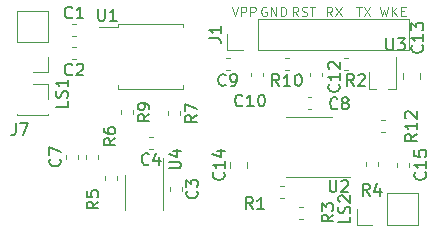
<source format=gbr>
G04 #@! TF.GenerationSoftware,KiCad,Pcbnew,(5.1.5)-3*
G04 #@! TF.CreationDate,2020-07-02T11:34:45+10:00*
G04 #@! TF.ProjectId,Heterodyne,48657465-726f-4647-996e-652e6b696361,rev?*
G04 #@! TF.SameCoordinates,Original*
G04 #@! TF.FileFunction,Legend,Top*
G04 #@! TF.FilePolarity,Positive*
%FSLAX46Y46*%
G04 Gerber Fmt 4.6, Leading zero omitted, Abs format (unit mm)*
G04 Created by KiCad (PCBNEW (5.1.5)-3) date 2020-07-02 11:34:45*
%MOMM*%
%LPD*%
G04 APERTURE LIST*
%ADD10C,0.100000*%
%ADD11C,0.120000*%
%ADD12C,0.150000*%
G04 APERTURE END LIST*
D10*
X134912238Y-47186904D02*
X135102714Y-47986904D01*
X135255095Y-47415476D01*
X135407476Y-47986904D01*
X135597952Y-47186904D01*
X135902714Y-47986904D02*
X135902714Y-47186904D01*
X136359857Y-47986904D02*
X136017000Y-47529761D01*
X136359857Y-47186904D02*
X135902714Y-47644047D01*
X136702714Y-47567857D02*
X136969380Y-47567857D01*
X137083666Y-47986904D02*
X136702714Y-47986904D01*
X136702714Y-47186904D01*
X137083666Y-47186904D01*
X132890476Y-47161904D02*
X133347619Y-47161904D01*
X133119047Y-47961904D02*
X133119047Y-47161904D01*
X133538095Y-47161904D02*
X134071428Y-47961904D01*
X134071428Y-47161904D02*
X133538095Y-47961904D01*
X130866666Y-47961904D02*
X130600000Y-47580952D01*
X130409523Y-47961904D02*
X130409523Y-47161904D01*
X130714285Y-47161904D01*
X130790476Y-47200000D01*
X130828571Y-47238095D01*
X130866666Y-47314285D01*
X130866666Y-47428571D01*
X130828571Y-47504761D01*
X130790476Y-47542857D01*
X130714285Y-47580952D01*
X130409523Y-47580952D01*
X131133333Y-47161904D02*
X131666666Y-47961904D01*
X131666666Y-47161904D02*
X131133333Y-47961904D01*
X127961904Y-47961904D02*
X127695238Y-47580952D01*
X127504761Y-47961904D02*
X127504761Y-47161904D01*
X127809523Y-47161904D01*
X127885714Y-47200000D01*
X127923809Y-47238095D01*
X127961904Y-47314285D01*
X127961904Y-47428571D01*
X127923809Y-47504761D01*
X127885714Y-47542857D01*
X127809523Y-47580952D01*
X127504761Y-47580952D01*
X128266666Y-47923809D02*
X128380952Y-47961904D01*
X128571428Y-47961904D01*
X128647619Y-47923809D01*
X128685714Y-47885714D01*
X128723809Y-47809523D01*
X128723809Y-47733333D01*
X128685714Y-47657142D01*
X128647619Y-47619047D01*
X128571428Y-47580952D01*
X128419047Y-47542857D01*
X128342857Y-47504761D01*
X128304761Y-47466666D01*
X128266666Y-47390476D01*
X128266666Y-47314285D01*
X128304761Y-47238095D01*
X128342857Y-47200000D01*
X128419047Y-47161904D01*
X128609523Y-47161904D01*
X128723809Y-47200000D01*
X128952380Y-47161904D02*
X129409523Y-47161904D01*
X129180952Y-47961904D02*
X129180952Y-47161904D01*
X125290476Y-47200000D02*
X125214285Y-47161904D01*
X125100000Y-47161904D01*
X124985714Y-47200000D01*
X124909523Y-47276190D01*
X124871428Y-47352380D01*
X124833333Y-47504761D01*
X124833333Y-47619047D01*
X124871428Y-47771428D01*
X124909523Y-47847619D01*
X124985714Y-47923809D01*
X125100000Y-47961904D01*
X125176190Y-47961904D01*
X125290476Y-47923809D01*
X125328571Y-47885714D01*
X125328571Y-47619047D01*
X125176190Y-47619047D01*
X125671428Y-47961904D02*
X125671428Y-47161904D01*
X126128571Y-47961904D01*
X126128571Y-47161904D01*
X126509523Y-47961904D02*
X126509523Y-47161904D01*
X126700000Y-47161904D01*
X126814285Y-47200000D01*
X126890476Y-47276190D01*
X126928571Y-47352380D01*
X126966666Y-47504761D01*
X126966666Y-47619047D01*
X126928571Y-47771428D01*
X126890476Y-47847619D01*
X126814285Y-47923809D01*
X126700000Y-47961904D01*
X126509523Y-47961904D01*
X122333333Y-47161904D02*
X122600000Y-47961904D01*
X122866666Y-47161904D01*
X123133333Y-47961904D02*
X123133333Y-47161904D01*
X123438095Y-47161904D01*
X123514285Y-47200000D01*
X123552380Y-47238095D01*
X123590476Y-47314285D01*
X123590476Y-47428571D01*
X123552380Y-47504761D01*
X123514285Y-47542857D01*
X123438095Y-47580952D01*
X123133333Y-47580952D01*
X123933333Y-47961904D02*
X123933333Y-47161904D01*
X124238095Y-47161904D01*
X124314285Y-47200000D01*
X124352380Y-47238095D01*
X124390476Y-47314285D01*
X124390476Y-47428571D01*
X124352380Y-47504761D01*
X124314285Y-47542857D01*
X124238095Y-47580952D01*
X123933333Y-47580952D01*
D11*
X135312779Y-56790000D02*
X134987221Y-56790000D01*
X135312779Y-57810000D02*
X134987221Y-57810000D01*
X127162779Y-51490000D02*
X126837221Y-51490000D01*
X127162779Y-52510000D02*
X126837221Y-52510000D01*
X112990000Y-55937221D02*
X112990000Y-56262779D01*
X114010000Y-55937221D02*
X114010000Y-56262779D01*
X116990000Y-56037221D02*
X116990000Y-56362779D01*
X118010000Y-56037221D02*
X118010000Y-56362779D01*
X111010000Y-60062779D02*
X111010000Y-59737221D01*
X109990000Y-60062779D02*
X109990000Y-59737221D01*
X112610000Y-61862779D02*
X112610000Y-61537221D01*
X111590000Y-61862779D02*
X111590000Y-61537221D01*
X133690000Y-60299721D02*
X133690000Y-60625279D01*
X134710000Y-60299721D02*
X134710000Y-60625279D01*
X128350279Y-64090000D02*
X128024721Y-64090000D01*
X128350279Y-65110000D02*
X128024721Y-65110000D01*
X132162779Y-51490000D02*
X131837221Y-51490000D01*
X132162779Y-52510000D02*
X131837221Y-52510000D01*
X126449721Y-63360000D02*
X126775279Y-63360000D01*
X126449721Y-62340000D02*
X126775279Y-62340000D01*
X137360000Y-60712779D02*
X137360000Y-60387221D01*
X136340000Y-60712779D02*
X136340000Y-60387221D01*
X128990000Y-52737221D02*
X128990000Y-53062779D01*
X130010000Y-52737221D02*
X130010000Y-53062779D01*
X125010000Y-53062779D02*
X125010000Y-52737221D01*
X123990000Y-53062779D02*
X123990000Y-52737221D01*
X122162779Y-51490000D02*
X121837221Y-51490000D01*
X122162779Y-52510000D02*
X121837221Y-52510000D01*
X128774721Y-55860000D02*
X129100279Y-55860000D01*
X128774721Y-54840000D02*
X129100279Y-54840000D01*
X109360000Y-60062779D02*
X109360000Y-59737221D01*
X108340000Y-60062779D02*
X108340000Y-59737221D01*
X115662779Y-58190000D02*
X115337221Y-58190000D01*
X115662779Y-59210000D02*
X115337221Y-59210000D01*
X117090000Y-62437221D02*
X117090000Y-62762779D01*
X118110000Y-62437221D02*
X118110000Y-62762779D01*
X109162779Y-50590000D02*
X108837221Y-50590000D01*
X109162779Y-51610000D02*
X108837221Y-51610000D01*
X109162779Y-48590000D02*
X108837221Y-48590000D01*
X109162779Y-49610000D02*
X108837221Y-49610000D01*
X128875000Y-61615000D02*
X132325000Y-61615000D01*
X128875000Y-61615000D02*
X126925000Y-61615000D01*
X128875000Y-56495000D02*
X130825000Y-56495000D01*
X128875000Y-56495000D02*
X126925000Y-56495000D01*
X121990000Y-50830000D02*
X121990000Y-49500000D01*
X123320000Y-50830000D02*
X121990000Y-50830000D01*
X124590000Y-50830000D02*
X124590000Y-48170000D01*
X124590000Y-48170000D02*
X137350000Y-48170000D01*
X124590000Y-50830000D02*
X137350000Y-50830000D01*
X137350000Y-50830000D02*
X137350000Y-48170000D01*
X123610000Y-60808578D02*
X123610000Y-60291422D01*
X122190000Y-60808578D02*
X122190000Y-60291422D01*
X138310000Y-53258578D02*
X138310000Y-52741422D01*
X136890000Y-53258578D02*
X136890000Y-52741422D01*
X104170000Y-56330000D02*
X106830000Y-56330000D01*
X104170000Y-56210000D02*
X104170000Y-56330000D01*
X106830000Y-56210000D02*
X106830000Y-56330000D01*
X106830000Y-53670000D02*
X106830000Y-55000000D01*
X105500000Y-53670000D02*
X106830000Y-53670000D01*
X106830000Y-47530000D02*
X104170000Y-47530000D01*
X106830000Y-50130000D02*
X106830000Y-47530000D01*
X104170000Y-50130000D02*
X104170000Y-47530000D01*
X106830000Y-50130000D02*
X104170000Y-50130000D01*
X106830000Y-51400000D02*
X106830000Y-52730000D01*
X106830000Y-52730000D02*
X105500000Y-52730000D01*
X132930000Y-65630000D02*
X132930000Y-64300000D01*
X134260000Y-65630000D02*
X132930000Y-65630000D01*
X135530000Y-65630000D02*
X135530000Y-62970000D01*
X135530000Y-62970000D02*
X138130000Y-62970000D01*
X135530000Y-65630000D02*
X138130000Y-65630000D01*
X138130000Y-65630000D02*
X138130000Y-62970000D01*
X115500000Y-54112500D02*
X118247500Y-54112500D01*
X118247500Y-54112500D02*
X118247500Y-53830000D01*
X115500000Y-54112500D02*
X112752500Y-54112500D01*
X112752500Y-54112500D02*
X112752500Y-53830000D01*
X115500000Y-48617500D02*
X118247500Y-48617500D01*
X118247500Y-48617500D02*
X118247500Y-48900000D01*
X115500000Y-48617500D02*
X112752500Y-48617500D01*
X112752500Y-48617500D02*
X112752500Y-48900000D01*
X112752500Y-48900000D02*
X111100000Y-48900000D01*
X134600000Y-54135000D02*
X133940000Y-54135000D01*
X136270000Y-54135000D02*
X135600000Y-54135000D01*
X136260000Y-54135000D02*
X136260000Y-51400000D01*
X133940000Y-52725000D02*
X133940000Y-54135000D01*
X113290000Y-62900000D02*
X113290000Y-64400000D01*
X113290000Y-62900000D02*
X113290000Y-61400000D01*
X116510000Y-62900000D02*
X116510000Y-64400000D01*
X116510000Y-62900000D02*
X116510000Y-59975000D01*
D12*
X138002380Y-57942857D02*
X137526190Y-58276190D01*
X138002380Y-58514285D02*
X137002380Y-58514285D01*
X137002380Y-58133333D01*
X137050000Y-58038095D01*
X137097619Y-57990476D01*
X137192857Y-57942857D01*
X137335714Y-57942857D01*
X137430952Y-57990476D01*
X137478571Y-58038095D01*
X137526190Y-58133333D01*
X137526190Y-58514285D01*
X138002380Y-56990476D02*
X138002380Y-57561904D01*
X138002380Y-57276190D02*
X137002380Y-57276190D01*
X137145238Y-57371428D01*
X137240476Y-57466666D01*
X137288095Y-57561904D01*
X137097619Y-56609523D02*
X137050000Y-56561904D01*
X137002380Y-56466666D01*
X137002380Y-56228571D01*
X137050000Y-56133333D01*
X137097619Y-56085714D01*
X137192857Y-56038095D01*
X137288095Y-56038095D01*
X137430952Y-56085714D01*
X138002380Y-56657142D01*
X138002380Y-56038095D01*
X126357142Y-53882380D02*
X126023809Y-53406190D01*
X125785714Y-53882380D02*
X125785714Y-52882380D01*
X126166666Y-52882380D01*
X126261904Y-52930000D01*
X126309523Y-52977619D01*
X126357142Y-53072857D01*
X126357142Y-53215714D01*
X126309523Y-53310952D01*
X126261904Y-53358571D01*
X126166666Y-53406190D01*
X125785714Y-53406190D01*
X127309523Y-53882380D02*
X126738095Y-53882380D01*
X127023809Y-53882380D02*
X127023809Y-52882380D01*
X126928571Y-53025238D01*
X126833333Y-53120476D01*
X126738095Y-53168095D01*
X127928571Y-52882380D02*
X128023809Y-52882380D01*
X128119047Y-52930000D01*
X128166666Y-52977619D01*
X128214285Y-53072857D01*
X128261904Y-53263333D01*
X128261904Y-53501428D01*
X128214285Y-53691904D01*
X128166666Y-53787142D01*
X128119047Y-53834761D01*
X128023809Y-53882380D01*
X127928571Y-53882380D01*
X127833333Y-53834761D01*
X127785714Y-53787142D01*
X127738095Y-53691904D01*
X127690476Y-53501428D01*
X127690476Y-53263333D01*
X127738095Y-53072857D01*
X127785714Y-52977619D01*
X127833333Y-52930000D01*
X127928571Y-52882380D01*
X115382380Y-56266666D02*
X114906190Y-56600000D01*
X115382380Y-56838095D02*
X114382380Y-56838095D01*
X114382380Y-56457142D01*
X114430000Y-56361904D01*
X114477619Y-56314285D01*
X114572857Y-56266666D01*
X114715714Y-56266666D01*
X114810952Y-56314285D01*
X114858571Y-56361904D01*
X114906190Y-56457142D01*
X114906190Y-56838095D01*
X115382380Y-55790476D02*
X115382380Y-55600000D01*
X115334761Y-55504761D01*
X115287142Y-55457142D01*
X115144285Y-55361904D01*
X114953809Y-55314285D01*
X114572857Y-55314285D01*
X114477619Y-55361904D01*
X114430000Y-55409523D01*
X114382380Y-55504761D01*
X114382380Y-55695238D01*
X114430000Y-55790476D01*
X114477619Y-55838095D01*
X114572857Y-55885714D01*
X114810952Y-55885714D01*
X114906190Y-55838095D01*
X114953809Y-55790476D01*
X115001428Y-55695238D01*
X115001428Y-55504761D01*
X114953809Y-55409523D01*
X114906190Y-55361904D01*
X114810952Y-55314285D01*
X119382380Y-56366666D02*
X118906190Y-56700000D01*
X119382380Y-56938095D02*
X118382380Y-56938095D01*
X118382380Y-56557142D01*
X118430000Y-56461904D01*
X118477619Y-56414285D01*
X118572857Y-56366666D01*
X118715714Y-56366666D01*
X118810952Y-56414285D01*
X118858571Y-56461904D01*
X118906190Y-56557142D01*
X118906190Y-56938095D01*
X118382380Y-56033333D02*
X118382380Y-55366666D01*
X119382380Y-55795238D01*
X112502380Y-58316666D02*
X112026190Y-58650000D01*
X112502380Y-58888095D02*
X111502380Y-58888095D01*
X111502380Y-58507142D01*
X111550000Y-58411904D01*
X111597619Y-58364285D01*
X111692857Y-58316666D01*
X111835714Y-58316666D01*
X111930952Y-58364285D01*
X111978571Y-58411904D01*
X112026190Y-58507142D01*
X112026190Y-58888095D01*
X111502380Y-57459523D02*
X111502380Y-57650000D01*
X111550000Y-57745238D01*
X111597619Y-57792857D01*
X111740476Y-57888095D01*
X111930952Y-57935714D01*
X112311904Y-57935714D01*
X112407142Y-57888095D01*
X112454761Y-57840476D01*
X112502380Y-57745238D01*
X112502380Y-57554761D01*
X112454761Y-57459523D01*
X112407142Y-57411904D01*
X112311904Y-57364285D01*
X112073809Y-57364285D01*
X111978571Y-57411904D01*
X111930952Y-57459523D01*
X111883333Y-57554761D01*
X111883333Y-57745238D01*
X111930952Y-57840476D01*
X111978571Y-57888095D01*
X112073809Y-57935714D01*
X111052380Y-63666666D02*
X110576190Y-64000000D01*
X111052380Y-64238095D02*
X110052380Y-64238095D01*
X110052380Y-63857142D01*
X110100000Y-63761904D01*
X110147619Y-63714285D01*
X110242857Y-63666666D01*
X110385714Y-63666666D01*
X110480952Y-63714285D01*
X110528571Y-63761904D01*
X110576190Y-63857142D01*
X110576190Y-64238095D01*
X110052380Y-62761904D02*
X110052380Y-63238095D01*
X110528571Y-63285714D01*
X110480952Y-63238095D01*
X110433333Y-63142857D01*
X110433333Y-62904761D01*
X110480952Y-62809523D01*
X110528571Y-62761904D01*
X110623809Y-62714285D01*
X110861904Y-62714285D01*
X110957142Y-62761904D01*
X111004761Y-62809523D01*
X111052380Y-62904761D01*
X111052380Y-63142857D01*
X111004761Y-63238095D01*
X110957142Y-63285714D01*
X134033333Y-63152380D02*
X133700000Y-62676190D01*
X133461904Y-63152380D02*
X133461904Y-62152380D01*
X133842857Y-62152380D01*
X133938095Y-62200000D01*
X133985714Y-62247619D01*
X134033333Y-62342857D01*
X134033333Y-62485714D01*
X133985714Y-62580952D01*
X133938095Y-62628571D01*
X133842857Y-62676190D01*
X133461904Y-62676190D01*
X134890476Y-62485714D02*
X134890476Y-63152380D01*
X134652380Y-62104761D02*
X134414285Y-62819047D01*
X135033333Y-62819047D01*
X130952380Y-64766666D02*
X130476190Y-65100000D01*
X130952380Y-65338095D02*
X129952380Y-65338095D01*
X129952380Y-64957142D01*
X130000000Y-64861904D01*
X130047619Y-64814285D01*
X130142857Y-64766666D01*
X130285714Y-64766666D01*
X130380952Y-64814285D01*
X130428571Y-64861904D01*
X130476190Y-64957142D01*
X130476190Y-65338095D01*
X129952380Y-64433333D02*
X129952380Y-63814285D01*
X130333333Y-64147619D01*
X130333333Y-64004761D01*
X130380952Y-63909523D01*
X130428571Y-63861904D01*
X130523809Y-63814285D01*
X130761904Y-63814285D01*
X130857142Y-63861904D01*
X130904761Y-63909523D01*
X130952380Y-64004761D01*
X130952380Y-64290476D01*
X130904761Y-64385714D01*
X130857142Y-64433333D01*
X132683333Y-53882380D02*
X132350000Y-53406190D01*
X132111904Y-53882380D02*
X132111904Y-52882380D01*
X132492857Y-52882380D01*
X132588095Y-52930000D01*
X132635714Y-52977619D01*
X132683333Y-53072857D01*
X132683333Y-53215714D01*
X132635714Y-53310952D01*
X132588095Y-53358571D01*
X132492857Y-53406190D01*
X132111904Y-53406190D01*
X133064285Y-52977619D02*
X133111904Y-52930000D01*
X133207142Y-52882380D01*
X133445238Y-52882380D01*
X133540476Y-52930000D01*
X133588095Y-52977619D01*
X133635714Y-53072857D01*
X133635714Y-53168095D01*
X133588095Y-53310952D01*
X133016666Y-53882380D01*
X133635714Y-53882380D01*
X124133333Y-64302380D02*
X123800000Y-63826190D01*
X123561904Y-64302380D02*
X123561904Y-63302380D01*
X123942857Y-63302380D01*
X124038095Y-63350000D01*
X124085714Y-63397619D01*
X124133333Y-63492857D01*
X124133333Y-63635714D01*
X124085714Y-63730952D01*
X124038095Y-63778571D01*
X123942857Y-63826190D01*
X123561904Y-63826190D01*
X125085714Y-64302380D02*
X124514285Y-64302380D01*
X124800000Y-64302380D02*
X124800000Y-63302380D01*
X124704761Y-63445238D01*
X124609523Y-63540476D01*
X124514285Y-63588095D01*
X138707142Y-61192857D02*
X138754761Y-61240476D01*
X138802380Y-61383333D01*
X138802380Y-61478571D01*
X138754761Y-61621428D01*
X138659523Y-61716666D01*
X138564285Y-61764285D01*
X138373809Y-61811904D01*
X138230952Y-61811904D01*
X138040476Y-61764285D01*
X137945238Y-61716666D01*
X137850000Y-61621428D01*
X137802380Y-61478571D01*
X137802380Y-61383333D01*
X137850000Y-61240476D01*
X137897619Y-61192857D01*
X138802380Y-60240476D02*
X138802380Y-60811904D01*
X138802380Y-60526190D02*
X137802380Y-60526190D01*
X137945238Y-60621428D01*
X138040476Y-60716666D01*
X138088095Y-60811904D01*
X137802380Y-59335714D02*
X137802380Y-59811904D01*
X138278571Y-59859523D01*
X138230952Y-59811904D01*
X138183333Y-59716666D01*
X138183333Y-59478571D01*
X138230952Y-59383333D01*
X138278571Y-59335714D01*
X138373809Y-59288095D01*
X138611904Y-59288095D01*
X138707142Y-59335714D01*
X138754761Y-59383333D01*
X138802380Y-59478571D01*
X138802380Y-59716666D01*
X138754761Y-59811904D01*
X138707142Y-59859523D01*
X131407142Y-53742857D02*
X131454761Y-53790476D01*
X131502380Y-53933333D01*
X131502380Y-54028571D01*
X131454761Y-54171428D01*
X131359523Y-54266666D01*
X131264285Y-54314285D01*
X131073809Y-54361904D01*
X130930952Y-54361904D01*
X130740476Y-54314285D01*
X130645238Y-54266666D01*
X130550000Y-54171428D01*
X130502380Y-54028571D01*
X130502380Y-53933333D01*
X130550000Y-53790476D01*
X130597619Y-53742857D01*
X131502380Y-52790476D02*
X131502380Y-53361904D01*
X131502380Y-53076190D02*
X130502380Y-53076190D01*
X130645238Y-53171428D01*
X130740476Y-53266666D01*
X130788095Y-53361904D01*
X130597619Y-52409523D02*
X130550000Y-52361904D01*
X130502380Y-52266666D01*
X130502380Y-52028571D01*
X130550000Y-51933333D01*
X130597619Y-51885714D01*
X130692857Y-51838095D01*
X130788095Y-51838095D01*
X130930952Y-51885714D01*
X131502380Y-52457142D01*
X131502380Y-51838095D01*
X123257142Y-55507142D02*
X123209523Y-55554761D01*
X123066666Y-55602380D01*
X122971428Y-55602380D01*
X122828571Y-55554761D01*
X122733333Y-55459523D01*
X122685714Y-55364285D01*
X122638095Y-55173809D01*
X122638095Y-55030952D01*
X122685714Y-54840476D01*
X122733333Y-54745238D01*
X122828571Y-54650000D01*
X122971428Y-54602380D01*
X123066666Y-54602380D01*
X123209523Y-54650000D01*
X123257142Y-54697619D01*
X124209523Y-55602380D02*
X123638095Y-55602380D01*
X123923809Y-55602380D02*
X123923809Y-54602380D01*
X123828571Y-54745238D01*
X123733333Y-54840476D01*
X123638095Y-54888095D01*
X124828571Y-54602380D02*
X124923809Y-54602380D01*
X125019047Y-54650000D01*
X125066666Y-54697619D01*
X125114285Y-54792857D01*
X125161904Y-54983333D01*
X125161904Y-55221428D01*
X125114285Y-55411904D01*
X125066666Y-55507142D01*
X125019047Y-55554761D01*
X124923809Y-55602380D01*
X124828571Y-55602380D01*
X124733333Y-55554761D01*
X124685714Y-55507142D01*
X124638095Y-55411904D01*
X124590476Y-55221428D01*
X124590476Y-54983333D01*
X124638095Y-54792857D01*
X124685714Y-54697619D01*
X124733333Y-54650000D01*
X124828571Y-54602380D01*
X121833333Y-53787142D02*
X121785714Y-53834761D01*
X121642857Y-53882380D01*
X121547619Y-53882380D01*
X121404761Y-53834761D01*
X121309523Y-53739523D01*
X121261904Y-53644285D01*
X121214285Y-53453809D01*
X121214285Y-53310952D01*
X121261904Y-53120476D01*
X121309523Y-53025238D01*
X121404761Y-52930000D01*
X121547619Y-52882380D01*
X121642857Y-52882380D01*
X121785714Y-52930000D01*
X121833333Y-52977619D01*
X122309523Y-53882380D02*
X122500000Y-53882380D01*
X122595238Y-53834761D01*
X122642857Y-53787142D01*
X122738095Y-53644285D01*
X122785714Y-53453809D01*
X122785714Y-53072857D01*
X122738095Y-52977619D01*
X122690476Y-52930000D01*
X122595238Y-52882380D01*
X122404761Y-52882380D01*
X122309523Y-52930000D01*
X122261904Y-52977619D01*
X122214285Y-53072857D01*
X122214285Y-53310952D01*
X122261904Y-53406190D01*
X122309523Y-53453809D01*
X122404761Y-53501428D01*
X122595238Y-53501428D01*
X122690476Y-53453809D01*
X122738095Y-53406190D01*
X122785714Y-53310952D01*
X131283333Y-55757142D02*
X131235714Y-55804761D01*
X131092857Y-55852380D01*
X130997619Y-55852380D01*
X130854761Y-55804761D01*
X130759523Y-55709523D01*
X130711904Y-55614285D01*
X130664285Y-55423809D01*
X130664285Y-55280952D01*
X130711904Y-55090476D01*
X130759523Y-54995238D01*
X130854761Y-54900000D01*
X130997619Y-54852380D01*
X131092857Y-54852380D01*
X131235714Y-54900000D01*
X131283333Y-54947619D01*
X131854761Y-55280952D02*
X131759523Y-55233333D01*
X131711904Y-55185714D01*
X131664285Y-55090476D01*
X131664285Y-55042857D01*
X131711904Y-54947619D01*
X131759523Y-54900000D01*
X131854761Y-54852380D01*
X132045238Y-54852380D01*
X132140476Y-54900000D01*
X132188095Y-54947619D01*
X132235714Y-55042857D01*
X132235714Y-55090476D01*
X132188095Y-55185714D01*
X132140476Y-55233333D01*
X132045238Y-55280952D01*
X131854761Y-55280952D01*
X131759523Y-55328571D01*
X131711904Y-55376190D01*
X131664285Y-55471428D01*
X131664285Y-55661904D01*
X131711904Y-55757142D01*
X131759523Y-55804761D01*
X131854761Y-55852380D01*
X132045238Y-55852380D01*
X132140476Y-55804761D01*
X132188095Y-55757142D01*
X132235714Y-55661904D01*
X132235714Y-55471428D01*
X132188095Y-55376190D01*
X132140476Y-55328571D01*
X132045238Y-55280952D01*
X107777142Y-60066666D02*
X107824761Y-60114285D01*
X107872380Y-60257142D01*
X107872380Y-60352380D01*
X107824761Y-60495238D01*
X107729523Y-60590476D01*
X107634285Y-60638095D01*
X107443809Y-60685714D01*
X107300952Y-60685714D01*
X107110476Y-60638095D01*
X107015238Y-60590476D01*
X106920000Y-60495238D01*
X106872380Y-60352380D01*
X106872380Y-60257142D01*
X106920000Y-60114285D01*
X106967619Y-60066666D01*
X106872380Y-59733333D02*
X106872380Y-59066666D01*
X107872380Y-59495238D01*
X115333333Y-60487142D02*
X115285714Y-60534761D01*
X115142857Y-60582380D01*
X115047619Y-60582380D01*
X114904761Y-60534761D01*
X114809523Y-60439523D01*
X114761904Y-60344285D01*
X114714285Y-60153809D01*
X114714285Y-60010952D01*
X114761904Y-59820476D01*
X114809523Y-59725238D01*
X114904761Y-59630000D01*
X115047619Y-59582380D01*
X115142857Y-59582380D01*
X115285714Y-59630000D01*
X115333333Y-59677619D01*
X116190476Y-59915714D02*
X116190476Y-60582380D01*
X115952380Y-59534761D02*
X115714285Y-60249047D01*
X116333333Y-60249047D01*
X119387142Y-62766666D02*
X119434761Y-62814285D01*
X119482380Y-62957142D01*
X119482380Y-63052380D01*
X119434761Y-63195238D01*
X119339523Y-63290476D01*
X119244285Y-63338095D01*
X119053809Y-63385714D01*
X118910952Y-63385714D01*
X118720476Y-63338095D01*
X118625238Y-63290476D01*
X118530000Y-63195238D01*
X118482380Y-63052380D01*
X118482380Y-62957142D01*
X118530000Y-62814285D01*
X118577619Y-62766666D01*
X118482380Y-62433333D02*
X118482380Y-61814285D01*
X118863333Y-62147619D01*
X118863333Y-62004761D01*
X118910952Y-61909523D01*
X118958571Y-61861904D01*
X119053809Y-61814285D01*
X119291904Y-61814285D01*
X119387142Y-61861904D01*
X119434761Y-61909523D01*
X119482380Y-62004761D01*
X119482380Y-62290476D01*
X119434761Y-62385714D01*
X119387142Y-62433333D01*
X108833333Y-52887142D02*
X108785714Y-52934761D01*
X108642857Y-52982380D01*
X108547619Y-52982380D01*
X108404761Y-52934761D01*
X108309523Y-52839523D01*
X108261904Y-52744285D01*
X108214285Y-52553809D01*
X108214285Y-52410952D01*
X108261904Y-52220476D01*
X108309523Y-52125238D01*
X108404761Y-52030000D01*
X108547619Y-51982380D01*
X108642857Y-51982380D01*
X108785714Y-52030000D01*
X108833333Y-52077619D01*
X109214285Y-52077619D02*
X109261904Y-52030000D01*
X109357142Y-51982380D01*
X109595238Y-51982380D01*
X109690476Y-52030000D01*
X109738095Y-52077619D01*
X109785714Y-52172857D01*
X109785714Y-52268095D01*
X109738095Y-52410952D01*
X109166666Y-52982380D01*
X109785714Y-52982380D01*
X108833333Y-48057142D02*
X108785714Y-48104761D01*
X108642857Y-48152380D01*
X108547619Y-48152380D01*
X108404761Y-48104761D01*
X108309523Y-48009523D01*
X108261904Y-47914285D01*
X108214285Y-47723809D01*
X108214285Y-47580952D01*
X108261904Y-47390476D01*
X108309523Y-47295238D01*
X108404761Y-47200000D01*
X108547619Y-47152380D01*
X108642857Y-47152380D01*
X108785714Y-47200000D01*
X108833333Y-47247619D01*
X109785714Y-48152380D02*
X109214285Y-48152380D01*
X109500000Y-48152380D02*
X109500000Y-47152380D01*
X109404761Y-47295238D01*
X109309523Y-47390476D01*
X109214285Y-47438095D01*
X130638095Y-61852380D02*
X130638095Y-62661904D01*
X130685714Y-62757142D01*
X130733333Y-62804761D01*
X130828571Y-62852380D01*
X131019047Y-62852380D01*
X131114285Y-62804761D01*
X131161904Y-62757142D01*
X131209523Y-62661904D01*
X131209523Y-61852380D01*
X131638095Y-61947619D02*
X131685714Y-61900000D01*
X131780952Y-61852380D01*
X132019047Y-61852380D01*
X132114285Y-61900000D01*
X132161904Y-61947619D01*
X132209523Y-62042857D01*
X132209523Y-62138095D01*
X132161904Y-62280952D01*
X131590476Y-62852380D01*
X132209523Y-62852380D01*
X120442380Y-49833333D02*
X121156666Y-49833333D01*
X121299523Y-49880952D01*
X121394761Y-49976190D01*
X121442380Y-50119047D01*
X121442380Y-50214285D01*
X121442380Y-48833333D02*
X121442380Y-49404761D01*
X121442380Y-49119047D02*
X120442380Y-49119047D01*
X120585238Y-49214285D01*
X120680476Y-49309523D01*
X120728095Y-49404761D01*
X121657142Y-61192857D02*
X121704761Y-61240476D01*
X121752380Y-61383333D01*
X121752380Y-61478571D01*
X121704761Y-61621428D01*
X121609523Y-61716666D01*
X121514285Y-61764285D01*
X121323809Y-61811904D01*
X121180952Y-61811904D01*
X120990476Y-61764285D01*
X120895238Y-61716666D01*
X120800000Y-61621428D01*
X120752380Y-61478571D01*
X120752380Y-61383333D01*
X120800000Y-61240476D01*
X120847619Y-61192857D01*
X121752380Y-60240476D02*
X121752380Y-60811904D01*
X121752380Y-60526190D02*
X120752380Y-60526190D01*
X120895238Y-60621428D01*
X120990476Y-60716666D01*
X121038095Y-60811904D01*
X121085714Y-59383333D02*
X121752380Y-59383333D01*
X120704761Y-59621428D02*
X121419047Y-59859523D01*
X121419047Y-59240476D01*
X138457142Y-50442857D02*
X138504761Y-50490476D01*
X138552380Y-50633333D01*
X138552380Y-50728571D01*
X138504761Y-50871428D01*
X138409523Y-50966666D01*
X138314285Y-51014285D01*
X138123809Y-51061904D01*
X137980952Y-51061904D01*
X137790476Y-51014285D01*
X137695238Y-50966666D01*
X137600000Y-50871428D01*
X137552380Y-50728571D01*
X137552380Y-50633333D01*
X137600000Y-50490476D01*
X137647619Y-50442857D01*
X138552380Y-49490476D02*
X138552380Y-50061904D01*
X138552380Y-49776190D02*
X137552380Y-49776190D01*
X137695238Y-49871428D01*
X137790476Y-49966666D01*
X137838095Y-50061904D01*
X137552380Y-49157142D02*
X137552380Y-48538095D01*
X137933333Y-48871428D01*
X137933333Y-48728571D01*
X137980952Y-48633333D01*
X138028571Y-48585714D01*
X138123809Y-48538095D01*
X138361904Y-48538095D01*
X138457142Y-48585714D01*
X138504761Y-48633333D01*
X138552380Y-48728571D01*
X138552380Y-49014285D01*
X138504761Y-49109523D01*
X138457142Y-49157142D01*
X104066666Y-57052380D02*
X104066666Y-57766666D01*
X104019047Y-57909523D01*
X103923809Y-58004761D01*
X103780952Y-58052380D01*
X103685714Y-58052380D01*
X104447619Y-57052380D02*
X105114285Y-57052380D01*
X104685714Y-58052380D01*
X108452380Y-55142857D02*
X108452380Y-55619047D01*
X107452380Y-55619047D01*
X108404761Y-54857142D02*
X108452380Y-54714285D01*
X108452380Y-54476190D01*
X108404761Y-54380952D01*
X108357142Y-54333333D01*
X108261904Y-54285714D01*
X108166666Y-54285714D01*
X108071428Y-54333333D01*
X108023809Y-54380952D01*
X107976190Y-54476190D01*
X107928571Y-54666666D01*
X107880952Y-54761904D01*
X107833333Y-54809523D01*
X107738095Y-54857142D01*
X107642857Y-54857142D01*
X107547619Y-54809523D01*
X107500000Y-54761904D01*
X107452380Y-54666666D01*
X107452380Y-54428571D01*
X107500000Y-54285714D01*
X108452380Y-53333333D02*
X108452380Y-53904761D01*
X108452380Y-53619047D02*
X107452380Y-53619047D01*
X107595238Y-53714285D01*
X107690476Y-53809523D01*
X107738095Y-53904761D01*
X132382380Y-64942857D02*
X132382380Y-65419047D01*
X131382380Y-65419047D01*
X132334761Y-64657142D02*
X132382380Y-64514285D01*
X132382380Y-64276190D01*
X132334761Y-64180952D01*
X132287142Y-64133333D01*
X132191904Y-64085714D01*
X132096666Y-64085714D01*
X132001428Y-64133333D01*
X131953809Y-64180952D01*
X131906190Y-64276190D01*
X131858571Y-64466666D01*
X131810952Y-64561904D01*
X131763333Y-64609523D01*
X131668095Y-64657142D01*
X131572857Y-64657142D01*
X131477619Y-64609523D01*
X131430000Y-64561904D01*
X131382380Y-64466666D01*
X131382380Y-64228571D01*
X131430000Y-64085714D01*
X131477619Y-63704761D02*
X131430000Y-63657142D01*
X131382380Y-63561904D01*
X131382380Y-63323809D01*
X131430000Y-63228571D01*
X131477619Y-63180952D01*
X131572857Y-63133333D01*
X131668095Y-63133333D01*
X131810952Y-63180952D01*
X132382380Y-63752380D01*
X132382380Y-63133333D01*
X111038095Y-47352380D02*
X111038095Y-48161904D01*
X111085714Y-48257142D01*
X111133333Y-48304761D01*
X111228571Y-48352380D01*
X111419047Y-48352380D01*
X111514285Y-48304761D01*
X111561904Y-48257142D01*
X111609523Y-48161904D01*
X111609523Y-47352380D01*
X112609523Y-48352380D02*
X112038095Y-48352380D01*
X112323809Y-48352380D02*
X112323809Y-47352380D01*
X112228571Y-47495238D01*
X112133333Y-47590476D01*
X112038095Y-47638095D01*
X135438095Y-49852380D02*
X135438095Y-50661904D01*
X135485714Y-50757142D01*
X135533333Y-50804761D01*
X135628571Y-50852380D01*
X135819047Y-50852380D01*
X135914285Y-50804761D01*
X135961904Y-50757142D01*
X136009523Y-50661904D01*
X136009523Y-49852380D01*
X136390476Y-49852380D02*
X137009523Y-49852380D01*
X136676190Y-50233333D01*
X136819047Y-50233333D01*
X136914285Y-50280952D01*
X136961904Y-50328571D01*
X137009523Y-50423809D01*
X137009523Y-50661904D01*
X136961904Y-50757142D01*
X136914285Y-50804761D01*
X136819047Y-50852380D01*
X136533333Y-50852380D01*
X136438095Y-50804761D01*
X136390476Y-50757142D01*
X117052380Y-60861904D02*
X117861904Y-60861904D01*
X117957142Y-60814285D01*
X118004761Y-60766666D01*
X118052380Y-60671428D01*
X118052380Y-60480952D01*
X118004761Y-60385714D01*
X117957142Y-60338095D01*
X117861904Y-60290476D01*
X117052380Y-60290476D01*
X117385714Y-59385714D02*
X118052380Y-59385714D01*
X117004761Y-59623809D02*
X117719047Y-59861904D01*
X117719047Y-59242857D01*
M02*

</source>
